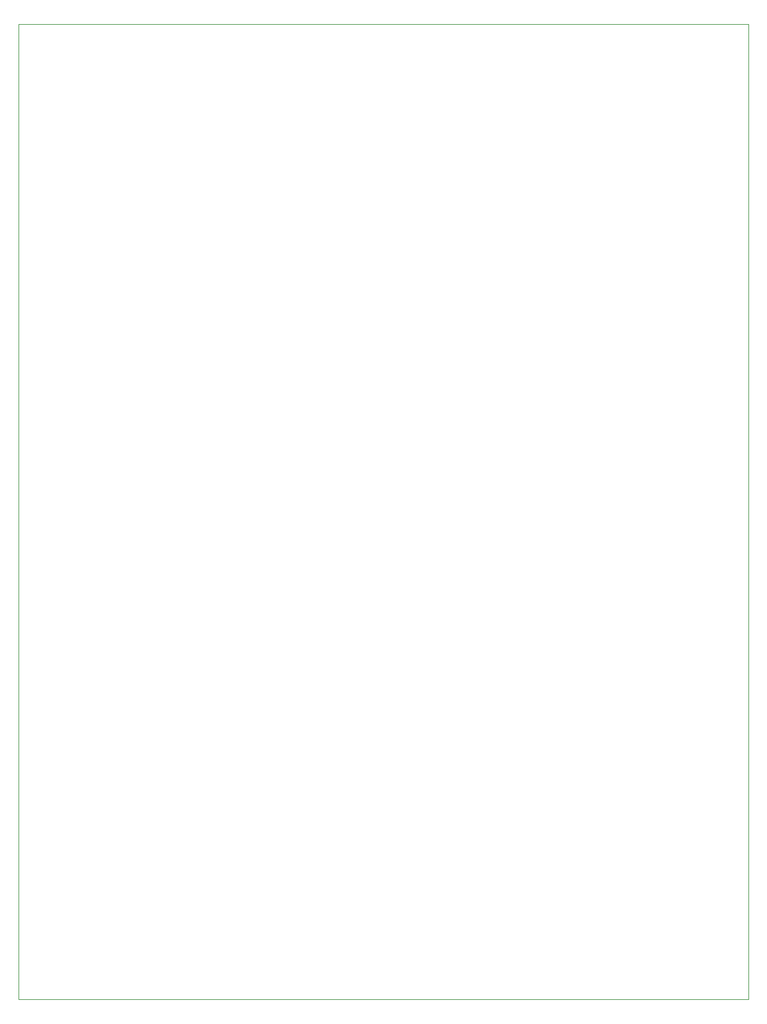
<source format=gm1>
G04 #@! TF.GenerationSoftware,KiCad,Pcbnew,5.1.8-5.1.8*
G04 #@! TF.CreationDate,2021-01-07T16:38:59+01:00*
G04 #@! TF.ProjectId,gpsdo-connector,67707364-6f2d-4636-9f6e-6e6563746f72,rev?*
G04 #@! TF.SameCoordinates,PX7ed6b40PY5742de0*
G04 #@! TF.FileFunction,Profile,NP*
%FSLAX46Y46*%
G04 Gerber Fmt 4.6, Leading zero omitted, Abs format (unit mm)*
G04 Created by KiCad (PCBNEW 5.1.8-5.1.8) date 2021-01-07 16:38:59*
%MOMM*%
%LPD*%
G01*
G04 APERTURE LIST*
G04 #@! TA.AperFunction,Profile*
%ADD10C,0.050000*%
G04 #@! TD*
G04 APERTURE END LIST*
D10*
X0Y-133500000D02*
X0Y0D01*
X100000000Y-133500000D02*
X0Y-133500000D01*
X100000000Y0D02*
X100000000Y-133500000D01*
X0Y0D02*
X100000000Y0D01*
M02*

</source>
